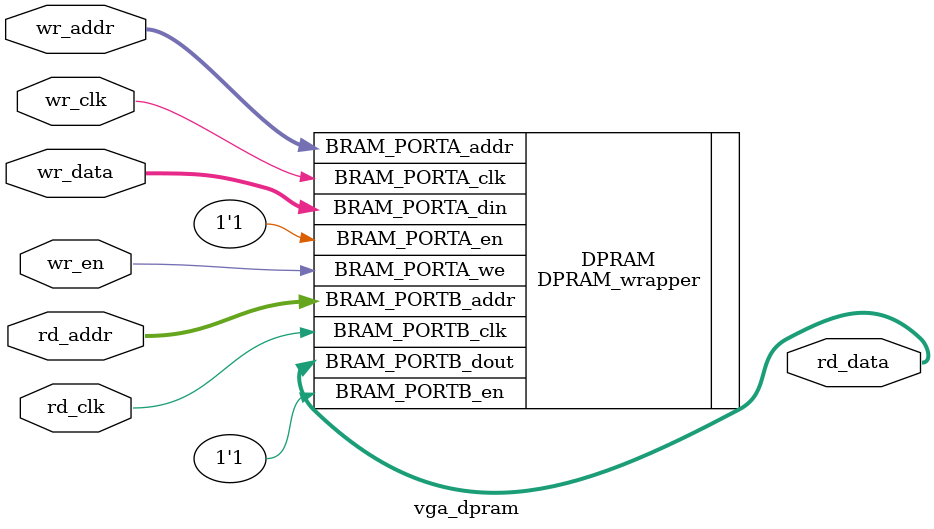
<source format=v>

/*

vga_dpram  VGA_BUFFER (
.wr_clk (  ),
.wr_en (  ),
.wr_addr (  ),
.wr_data (  ),

.rd_clk (  ),
.rd_addr (  ),
.rd_data (  )
);

*/

module vga_dpram(
        input wr_clk,wr_en,
        input [18:0] wr_addr,
        input [11:0]wr_data,
        input rd_clk,
        input [18:0] rd_addr,
        output   [11:0]  rd_data
    );


    DPRAM_wrapper DPRAM (
                      .BRAM_PORTA_addr( wr_addr ),
                      .BRAM_PORTA_clk( wr_clk ),
                      .BRAM_PORTA_din( wr_data ),
                      .BRAM_PORTA_en( 1'b1  ),
                      .BRAM_PORTA_we( wr_en ),

                      .BRAM_PORTB_addr( rd_addr ),
                      .BRAM_PORTB_clk( rd_clk ),
                      .BRAM_PORTB_dout( rd_data ),
                      .BRAM_PORTB_en( 1'b1  )
                  );

endmodule

</source>
